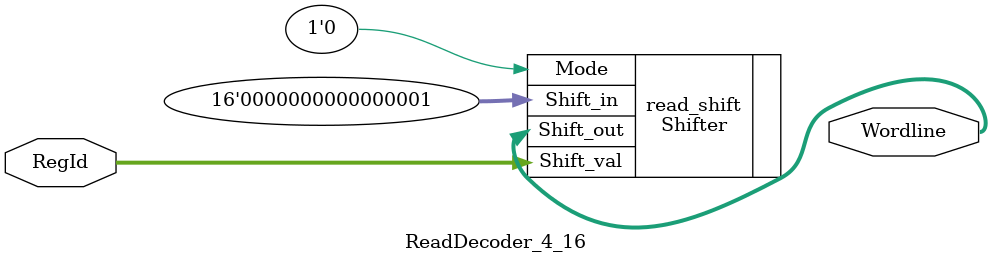
<source format=v>
module ReadDecoder_4_16(RegId, Wordline);

	// INPUTS AND OUTPUTS
	input [3:0] RegId;
	output [15:0] Wordline;

	////////////////////////////////////
	// Wordline = 16'h001 << RegId    //
	// this effectively sets a bit	  //
	// of Wordline based on RegId     //
	// e.g. if RegId = 4, Wordline[4] //
	// is asserted.			  //
	////////////////////////////////////
	Shifter read_shift(.Shift_out(Wordline), .Shift_in(16'h0001), .Shift_val(RegId), .Mode(1'b0));

endmodule

</source>
